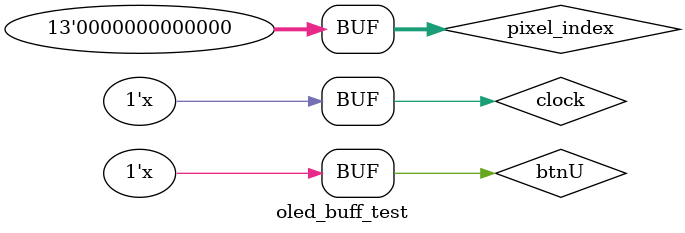
<source format=v>
`timescale 1ns / 1ps


module oled_buff_test(
    );
    reg [12:0] pixel_index = 0;
    wire [6:0] char;
    wire [4:0]x;
    wire [4:0]y;
    wire [1:0] font_size;
    reg btnU = 1;
    wire btnUOut;
    wire [15:0] test_draw;    
    wire [4:0] line_num;
    reg clock = 0;
    //menu_drawer menu_module(pixel_index,char,x,y,font_size);
    //test_draw text_test(pixel_index, char, x, y, font_size);
    //text_drawer text_module(char,x,y,font_size,draw);
    btn_debouncer btnUdeb(clock, btnU, btnUOut, 1); 
    
    always begin
        #1 clock <= ~clock;
        btnU = ~btnU;
    end
endmodule

</source>
